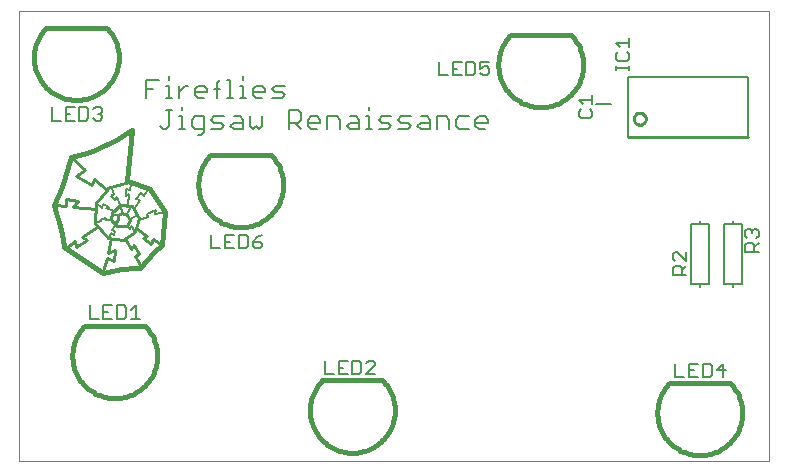
<source format=gto>
G75*
G70*
%OFA0B0*%
%FSLAX24Y24*%
%IPPOS*%
%LPD*%
%AMOC8*
5,1,8,0,0,1.08239X$1,22.5*
%
%ADD10C,0.0000*%
%ADD11C,0.0070*%
%ADD12C,0.0100*%
%ADD13C,0.0080*%
%ADD14C,0.0050*%
%ADD15C,0.0150*%
%ADD16C,0.0160*%
D10*
X000262Y000262D02*
X000262Y015262D01*
X025262Y015262D01*
X025262Y000262D01*
X000262Y000262D01*
D11*
X006241Y011107D02*
X006346Y011107D01*
X006452Y011212D01*
X006452Y011737D01*
X006136Y011737D01*
X006031Y011632D01*
X006031Y011422D01*
X006136Y011317D01*
X006452Y011317D01*
X006676Y011317D02*
X006991Y011317D01*
X007096Y011422D01*
X006991Y011527D01*
X006781Y011527D01*
X006676Y011632D01*
X006781Y011737D01*
X007096Y011737D01*
X007425Y011737D02*
X007636Y011737D01*
X007741Y011632D01*
X007741Y011317D01*
X007425Y011317D01*
X007320Y011422D01*
X007425Y011527D01*
X007741Y011527D01*
X007965Y011422D02*
X008070Y011317D01*
X008175Y011422D01*
X008280Y011317D01*
X008385Y011422D01*
X008385Y011737D01*
X007965Y011737D02*
X007965Y011422D01*
X009254Y011317D02*
X009254Y011948D01*
X009569Y011948D01*
X009674Y011842D01*
X009674Y011632D01*
X009569Y011527D01*
X009254Y011527D01*
X009464Y011527D02*
X009674Y011317D01*
X009898Y011422D02*
X009898Y011632D01*
X010004Y011737D01*
X010214Y011737D01*
X010319Y011632D01*
X010319Y011527D01*
X009898Y011527D01*
X009898Y011422D02*
X010004Y011317D01*
X010214Y011317D01*
X010543Y011317D02*
X010543Y011737D01*
X010858Y011737D01*
X010963Y011632D01*
X010963Y011317D01*
X011187Y011422D02*
X011293Y011527D01*
X011608Y011527D01*
X011608Y011632D02*
X011608Y011317D01*
X011293Y011317D01*
X011187Y011422D01*
X011293Y011737D02*
X011503Y011737D01*
X011608Y011632D01*
X011832Y011737D02*
X011937Y011737D01*
X011937Y011317D01*
X011832Y011317D02*
X012042Y011317D01*
X012262Y011317D02*
X012577Y011317D01*
X012682Y011422D01*
X012577Y011527D01*
X012367Y011527D01*
X012262Y011632D01*
X012367Y011737D01*
X012682Y011737D01*
X012906Y011632D02*
X013011Y011737D01*
X013327Y011737D01*
X013221Y011527D02*
X013011Y011527D01*
X012906Y011632D01*
X012906Y011317D02*
X013221Y011317D01*
X013327Y011422D01*
X013221Y011527D01*
X013551Y011422D02*
X013656Y011527D01*
X013971Y011527D01*
X013971Y011632D02*
X013866Y011737D01*
X013656Y011737D01*
X013551Y011422D02*
X013656Y011317D01*
X013971Y011317D01*
X013971Y011632D01*
X014195Y011737D02*
X014511Y011737D01*
X014616Y011632D01*
X014616Y011317D01*
X014840Y011422D02*
X014945Y011317D01*
X015260Y011317D01*
X015484Y011422D02*
X015484Y011632D01*
X015589Y011737D01*
X015800Y011737D01*
X015905Y011632D01*
X015905Y011527D01*
X015484Y011527D01*
X015484Y011422D02*
X015589Y011317D01*
X015800Y011317D01*
X015260Y011737D02*
X014945Y011737D01*
X014840Y011632D01*
X014840Y011422D01*
X014195Y011317D02*
X014195Y011737D01*
X011937Y011948D02*
X011937Y012053D01*
X009127Y012442D02*
X009022Y012547D01*
X008812Y012547D01*
X008706Y012652D01*
X008812Y012757D01*
X009127Y012757D01*
X009127Y012442D02*
X009022Y012337D01*
X008706Y012337D01*
X008482Y012547D02*
X008062Y012547D01*
X008062Y012442D02*
X008062Y012652D01*
X008167Y012757D01*
X008377Y012757D01*
X008482Y012652D01*
X008482Y012547D01*
X008377Y012337D02*
X008167Y012337D01*
X008062Y012442D01*
X007842Y012337D02*
X007632Y012337D01*
X007737Y012337D02*
X007737Y012757D01*
X007632Y012757D01*
X007737Y012968D02*
X007737Y013073D01*
X007308Y012968D02*
X007308Y012337D01*
X007203Y012337D02*
X007413Y012337D01*
X006983Y012652D02*
X006773Y012652D01*
X006549Y012652D02*
X006549Y012547D01*
X006128Y012547D01*
X006128Y012442D02*
X006128Y012652D01*
X006233Y012757D01*
X006444Y012757D01*
X006549Y012652D01*
X006878Y012862D02*
X006983Y012968D01*
X006878Y012862D02*
X006878Y012337D01*
X006444Y012337D02*
X006233Y012337D01*
X006128Y012442D01*
X005906Y012757D02*
X005801Y012757D01*
X005591Y012547D01*
X005591Y012337D02*
X005591Y012757D01*
X005267Y012757D02*
X005267Y012337D01*
X005162Y012337D02*
X005372Y012337D01*
X005377Y011948D02*
X005167Y011948D01*
X005272Y011948D02*
X005272Y011422D01*
X005167Y011317D01*
X005062Y011317D01*
X004957Y011422D01*
X005602Y011317D02*
X005812Y011317D01*
X005707Y011317D02*
X005707Y011737D01*
X005602Y011737D01*
X005707Y011948D02*
X005707Y012053D01*
X004727Y012652D02*
X004517Y012652D01*
X004517Y012337D02*
X004517Y012968D01*
X004937Y012968D01*
X005162Y012757D02*
X005267Y012757D01*
X005267Y012968D02*
X005267Y013073D01*
X007203Y012968D02*
X007308Y012968D01*
D12*
X002482Y009962D02*
X002182Y009742D01*
X002702Y009442D01*
X002762Y009662D01*
X003202Y009302D01*
X002822Y008842D01*
X002802Y008182D01*
X003242Y007702D01*
X003742Y007622D01*
X004142Y007882D01*
X004262Y008362D01*
X004022Y008762D01*
X003622Y008802D01*
X003422Y008602D01*
X003382Y008562D01*
X003352Y008302D01*
X003382Y008242D01*
X003542Y008082D01*
X003882Y008082D01*
X003962Y008282D01*
X003862Y008442D01*
X003702Y008522D01*
X003562Y008462D01*
X003582Y008302D01*
X003462Y008182D01*
X002882Y008042D02*
X002362Y007722D01*
X002522Y007622D01*
X002162Y007382D01*
X002142Y007582D01*
X001822Y007362D01*
X003222Y007202D02*
X003462Y007282D01*
X003422Y006922D01*
X003202Y007022D01*
X003082Y006602D01*
X003222Y007202D02*
X003322Y007682D01*
X003822Y007622D02*
X004002Y007322D01*
X004102Y007442D01*
X004262Y007142D01*
X004122Y007082D01*
X004362Y006702D01*
X004662Y007482D02*
X004402Y007682D01*
X004542Y007762D01*
X004202Y008002D01*
X004722Y007662D02*
X004662Y007482D01*
X004722Y007662D02*
X005042Y007462D01*
X002822Y008662D02*
X002082Y008722D01*
X002222Y008922D01*
X001822Y008982D01*
X001822Y008762D01*
X001462Y008782D01*
X002482Y009962D02*
X002002Y010382D01*
X003202Y009342D02*
X003942Y009562D01*
X020562Y011062D02*
X024562Y011062D01*
X020762Y011662D02*
X020764Y011690D01*
X020770Y011717D01*
X020779Y011743D01*
X020792Y011768D01*
X020809Y011791D01*
X020828Y011811D01*
X020850Y011828D01*
X020874Y011842D01*
X020900Y011852D01*
X020927Y011859D01*
X020955Y011862D01*
X020983Y011861D01*
X021010Y011856D01*
X021037Y011847D01*
X021062Y011835D01*
X021085Y011820D01*
X021106Y011801D01*
X021124Y011780D01*
X021139Y011756D01*
X021150Y011730D01*
X021158Y011704D01*
X021162Y011676D01*
X021162Y011648D01*
X021158Y011620D01*
X021150Y011594D01*
X021139Y011568D01*
X021124Y011544D01*
X021106Y011523D01*
X021085Y011504D01*
X021062Y011489D01*
X021037Y011477D01*
X021010Y011468D01*
X020983Y011463D01*
X020955Y011462D01*
X020927Y011465D01*
X020900Y011472D01*
X020874Y011482D01*
X020850Y011496D01*
X020828Y011513D01*
X020809Y011533D01*
X020792Y011556D01*
X020779Y011581D01*
X020770Y011607D01*
X020764Y011634D01*
X020762Y011662D01*
D13*
X020012Y012162D02*
X019512Y012162D01*
X020562Y013062D02*
X020562Y011062D01*
X020562Y013062D02*
X024562Y013062D01*
X024562Y011062D01*
X024062Y008262D02*
X024062Y008162D01*
X024362Y008162D01*
X024362Y006162D01*
X024062Y006162D01*
X024062Y006062D01*
X024062Y006162D02*
X023762Y006162D01*
X023762Y008162D01*
X024062Y008162D01*
X023262Y008162D02*
X022962Y008162D01*
X022962Y008262D01*
X022962Y008162D02*
X022662Y008162D01*
X022662Y006162D01*
X022962Y006162D01*
X022962Y006062D01*
X022962Y006162D02*
X023262Y006162D01*
X023262Y008162D01*
X005182Y008562D02*
X004802Y008482D01*
X004822Y008622D01*
X004542Y008482D01*
X004582Y008402D01*
X004262Y008282D01*
X004222Y008442D02*
X003962Y008322D01*
X003862Y008502D02*
X004002Y008722D01*
X004122Y008682D02*
X004302Y008942D01*
X004182Y008982D01*
X004342Y009202D01*
X004442Y009102D01*
X004602Y009342D01*
X004002Y009502D02*
X003962Y009282D01*
X003842Y009322D01*
X003842Y009082D01*
X003922Y009142D01*
X003902Y008802D01*
X003682Y008762D02*
X003702Y008522D01*
X003582Y008442D02*
X003422Y008462D01*
X003422Y008602D02*
X003162Y008682D01*
X003262Y008722D01*
X003082Y008822D01*
X003042Y008702D01*
X002822Y008842D01*
X003342Y009102D02*
X003422Y009162D01*
X003362Y009322D01*
X003342Y009102D02*
X003482Y008942D01*
X003522Y009042D01*
X003642Y008802D01*
X003352Y008302D02*
X003162Y008282D01*
X003182Y008362D01*
X002962Y008302D01*
X003002Y008242D01*
X002802Y008182D01*
X003322Y007862D02*
X003422Y007782D01*
X003482Y007922D01*
X003382Y007962D01*
X003462Y008102D01*
X003322Y007862D02*
X003262Y007702D01*
X003862Y008102D02*
X003982Y008002D01*
X004002Y008082D01*
X004062Y008042D01*
X004102Y007882D01*
D14*
X006686Y007792D02*
X006686Y007342D01*
X006986Y007342D01*
X007146Y007342D02*
X007446Y007342D01*
X007606Y007342D02*
X007831Y007342D01*
X007906Y007417D01*
X007906Y007717D01*
X007831Y007792D01*
X007606Y007792D01*
X007606Y007342D01*
X007296Y007567D02*
X007146Y007567D01*
X007146Y007792D02*
X007146Y007342D01*
X007146Y007792D02*
X007446Y007792D01*
X008067Y007567D02*
X008067Y007417D01*
X008142Y007342D01*
X008292Y007342D01*
X008367Y007417D01*
X008367Y007492D01*
X008292Y007567D01*
X008067Y007567D01*
X008217Y007717D01*
X008367Y007792D01*
X004157Y005442D02*
X004157Y004992D01*
X004007Y004992D02*
X004307Y004992D01*
X004007Y005292D02*
X004157Y005442D01*
X003846Y005367D02*
X003771Y005442D01*
X003546Y005442D01*
X003546Y004992D01*
X003771Y004992D01*
X003846Y005067D01*
X003846Y005367D01*
X003386Y005442D02*
X003086Y005442D01*
X003086Y004992D01*
X003386Y004992D01*
X003236Y005217D02*
X003086Y005217D01*
X002926Y004992D02*
X002626Y004992D01*
X002626Y005442D01*
X010466Y003592D02*
X010466Y003142D01*
X010766Y003142D01*
X010926Y003142D02*
X011226Y003142D01*
X011386Y003142D02*
X011611Y003142D01*
X011686Y003217D01*
X011686Y003517D01*
X011611Y003592D01*
X011386Y003592D01*
X011386Y003142D01*
X011847Y003142D02*
X012147Y003442D01*
X012147Y003517D01*
X012072Y003592D01*
X011922Y003592D01*
X011847Y003517D01*
X011226Y003592D02*
X010926Y003592D01*
X010926Y003142D01*
X010926Y003367D02*
X011076Y003367D01*
X011847Y003142D02*
X012147Y003142D01*
X022146Y003052D02*
X022446Y003052D01*
X022606Y003052D02*
X022906Y003052D01*
X023066Y003052D02*
X023291Y003052D01*
X023366Y003127D01*
X023366Y003427D01*
X023291Y003502D01*
X023066Y003502D01*
X023066Y003052D01*
X022756Y003277D02*
X022606Y003277D01*
X022606Y003502D02*
X022606Y003052D01*
X022606Y003502D02*
X022906Y003502D01*
X023527Y003277D02*
X023827Y003277D01*
X023752Y003052D02*
X023752Y003502D01*
X023527Y003277D01*
X022146Y003502D02*
X022146Y003052D01*
X022067Y006467D02*
X022067Y006692D01*
X022142Y006767D01*
X022292Y006767D01*
X022367Y006692D01*
X022367Y006467D01*
X022517Y006467D02*
X022067Y006467D01*
X022367Y006617D02*
X022517Y006767D01*
X022517Y006927D02*
X022217Y007228D01*
X022142Y007228D01*
X022067Y007153D01*
X022067Y007002D01*
X022142Y006927D01*
X022517Y006927D02*
X022517Y007228D01*
X024477Y007227D02*
X024477Y007452D01*
X024552Y007527D01*
X024702Y007527D01*
X024777Y007452D01*
X024777Y007227D01*
X024927Y007227D02*
X024477Y007227D01*
X024777Y007377D02*
X024927Y007527D01*
X024852Y007687D02*
X024927Y007762D01*
X024927Y007913D01*
X024852Y007988D01*
X024777Y007988D01*
X024702Y007913D01*
X024702Y007838D01*
X024702Y007913D02*
X024627Y007988D01*
X024552Y007988D01*
X024477Y007913D01*
X024477Y007762D01*
X024552Y007687D01*
X019377Y011751D02*
X019302Y011676D01*
X019002Y011676D01*
X018927Y011751D01*
X018927Y011901D01*
X019002Y011977D01*
X019077Y012137D02*
X018927Y012287D01*
X019377Y012287D01*
X019377Y012137D02*
X019377Y012437D01*
X019302Y011977D02*
X019377Y011901D01*
X019377Y011751D01*
X020157Y013277D02*
X020157Y013427D01*
X020157Y013352D02*
X020607Y013352D01*
X020607Y013277D02*
X020607Y013427D01*
X020532Y013584D02*
X020232Y013584D01*
X020157Y013659D01*
X020157Y013809D01*
X020232Y013884D01*
X020307Y014044D02*
X020157Y014194D01*
X020607Y014194D01*
X020607Y014044D02*
X020607Y014345D01*
X020532Y013884D02*
X020607Y013809D01*
X020607Y013659D01*
X020532Y013584D01*
X015947Y013557D02*
X015647Y013557D01*
X015647Y013332D01*
X015797Y013407D01*
X015872Y013407D01*
X015947Y013332D01*
X015947Y013182D01*
X015872Y013107D01*
X015722Y013107D01*
X015647Y013182D01*
X015486Y013182D02*
X015486Y013482D01*
X015411Y013557D01*
X015186Y013557D01*
X015186Y013107D01*
X015411Y013107D01*
X015486Y013182D01*
X015026Y013107D02*
X014726Y013107D01*
X014726Y013557D01*
X015026Y013557D01*
X014876Y013332D02*
X014726Y013332D01*
X014566Y013107D02*
X014266Y013107D01*
X014266Y013557D01*
X003047Y011977D02*
X003047Y011902D01*
X002972Y011827D01*
X003047Y011752D01*
X003047Y011677D01*
X002972Y011602D01*
X002822Y011602D01*
X002747Y011677D01*
X002586Y011677D02*
X002586Y011977D01*
X002511Y012052D01*
X002286Y012052D01*
X002286Y011602D01*
X002511Y011602D01*
X002586Y011677D01*
X002897Y011827D02*
X002972Y011827D01*
X003047Y011977D02*
X002972Y012052D01*
X002822Y012052D01*
X002747Y011977D01*
X002126Y012052D02*
X001826Y012052D01*
X001826Y011602D01*
X002126Y011602D01*
X001976Y011827D02*
X001826Y011827D01*
X001666Y011602D02*
X001366Y011602D01*
X001366Y012052D01*
D15*
X001182Y014702D02*
X001131Y014648D01*
X001083Y014592D01*
X001038Y014533D01*
X000996Y014472D01*
X000957Y014409D01*
X000922Y014344D01*
X000890Y014277D01*
X000862Y014209D01*
X000837Y014139D01*
X000816Y014068D01*
X000799Y013996D01*
X000785Y013923D01*
X000776Y013850D01*
X000770Y013776D01*
X000768Y013702D01*
X000770Y013628D01*
X000776Y013554D01*
X000785Y013481D01*
X000799Y013408D01*
X000816Y013336D01*
X000837Y013265D01*
X000862Y013195D01*
X000890Y013127D01*
X000922Y013060D01*
X000957Y012995D01*
X000996Y012932D01*
X001038Y012871D01*
X001083Y012812D01*
X001131Y012756D01*
X001182Y012702D01*
X001236Y012651D01*
X001292Y012603D01*
X001351Y012558D01*
X001412Y012516D01*
X001475Y012477D01*
X001540Y012442D01*
X001607Y012410D01*
X001675Y012382D01*
X001745Y012357D01*
X001816Y012336D01*
X001888Y012319D01*
X001961Y012305D01*
X002034Y012296D01*
X002108Y012290D01*
X002182Y012288D01*
X002256Y012290D01*
X002330Y012296D01*
X002403Y012305D01*
X002476Y012319D01*
X002548Y012336D01*
X002619Y012357D01*
X002689Y012382D01*
X002757Y012410D01*
X002824Y012442D01*
X002889Y012477D01*
X002952Y012516D01*
X003013Y012558D01*
X003072Y012603D01*
X003128Y012651D01*
X003182Y012702D01*
X003233Y012756D01*
X003281Y012812D01*
X003326Y012871D01*
X003368Y012932D01*
X003407Y012995D01*
X003442Y013060D01*
X003474Y013127D01*
X003502Y013195D01*
X003527Y013265D01*
X003548Y013336D01*
X003565Y013408D01*
X003579Y013481D01*
X003588Y013554D01*
X003594Y013628D01*
X003596Y013702D01*
X003594Y013776D01*
X003588Y013850D01*
X003579Y013923D01*
X003565Y013996D01*
X003548Y014068D01*
X003527Y014139D01*
X003502Y014209D01*
X003474Y014277D01*
X003442Y014344D01*
X003407Y014409D01*
X003368Y014472D01*
X003326Y014533D01*
X003281Y014592D01*
X003233Y014648D01*
X003182Y014702D01*
X001182Y014702D01*
X006662Y010462D02*
X008662Y010462D01*
X008713Y010408D01*
X008761Y010352D01*
X008806Y010293D01*
X008848Y010232D01*
X008887Y010169D01*
X008922Y010104D01*
X008954Y010037D01*
X008982Y009969D01*
X009007Y009899D01*
X009028Y009828D01*
X009045Y009756D01*
X009059Y009683D01*
X009068Y009610D01*
X009074Y009536D01*
X009076Y009462D01*
X009074Y009388D01*
X009068Y009314D01*
X009059Y009241D01*
X009045Y009168D01*
X009028Y009096D01*
X009007Y009025D01*
X008982Y008955D01*
X008954Y008887D01*
X008922Y008820D01*
X008887Y008755D01*
X008848Y008692D01*
X008806Y008631D01*
X008761Y008572D01*
X008713Y008516D01*
X008662Y008462D01*
X008608Y008411D01*
X008552Y008363D01*
X008493Y008318D01*
X008432Y008276D01*
X008369Y008237D01*
X008304Y008202D01*
X008237Y008170D01*
X008169Y008142D01*
X008099Y008117D01*
X008028Y008096D01*
X007956Y008079D01*
X007883Y008065D01*
X007810Y008056D01*
X007736Y008050D01*
X007662Y008048D01*
X007588Y008050D01*
X007514Y008056D01*
X007441Y008065D01*
X007368Y008079D01*
X007296Y008096D01*
X007225Y008117D01*
X007155Y008142D01*
X007087Y008170D01*
X007020Y008202D01*
X006955Y008237D01*
X006892Y008276D01*
X006831Y008318D01*
X006772Y008363D01*
X006716Y008411D01*
X006662Y008462D01*
X006611Y008516D01*
X006563Y008572D01*
X006518Y008631D01*
X006476Y008692D01*
X006437Y008755D01*
X006402Y008820D01*
X006370Y008887D01*
X006342Y008955D01*
X006317Y009025D01*
X006296Y009096D01*
X006279Y009168D01*
X006265Y009241D01*
X006256Y009314D01*
X006250Y009388D01*
X006248Y009462D01*
X006250Y009536D01*
X006256Y009610D01*
X006265Y009683D01*
X006279Y009756D01*
X006296Y009828D01*
X006317Y009899D01*
X006342Y009969D01*
X006370Y010037D01*
X006402Y010104D01*
X006437Y010169D01*
X006476Y010232D01*
X006518Y010293D01*
X006563Y010352D01*
X006611Y010408D01*
X006662Y010462D01*
X004462Y004762D02*
X002462Y004762D01*
X002411Y004708D01*
X002363Y004652D01*
X002318Y004593D01*
X002276Y004532D01*
X002237Y004469D01*
X002202Y004404D01*
X002170Y004337D01*
X002142Y004269D01*
X002117Y004199D01*
X002096Y004128D01*
X002079Y004056D01*
X002065Y003983D01*
X002056Y003910D01*
X002050Y003836D01*
X002048Y003762D01*
X002050Y003688D01*
X002056Y003614D01*
X002065Y003541D01*
X002079Y003468D01*
X002096Y003396D01*
X002117Y003325D01*
X002142Y003255D01*
X002170Y003187D01*
X002202Y003120D01*
X002237Y003055D01*
X002276Y002992D01*
X002318Y002931D01*
X002363Y002872D01*
X002411Y002816D01*
X002462Y002762D01*
X002516Y002711D01*
X002572Y002663D01*
X002631Y002618D01*
X002692Y002576D01*
X002755Y002537D01*
X002820Y002502D01*
X002887Y002470D01*
X002955Y002442D01*
X003025Y002417D01*
X003096Y002396D01*
X003168Y002379D01*
X003241Y002365D01*
X003314Y002356D01*
X003388Y002350D01*
X003462Y002348D01*
X003536Y002350D01*
X003610Y002356D01*
X003683Y002365D01*
X003756Y002379D01*
X003828Y002396D01*
X003899Y002417D01*
X003969Y002442D01*
X004037Y002470D01*
X004104Y002502D01*
X004169Y002537D01*
X004232Y002576D01*
X004293Y002618D01*
X004352Y002663D01*
X004408Y002711D01*
X004462Y002762D01*
X004513Y002816D01*
X004561Y002872D01*
X004606Y002931D01*
X004648Y002992D01*
X004687Y003055D01*
X004722Y003120D01*
X004754Y003187D01*
X004782Y003255D01*
X004807Y003325D01*
X004828Y003396D01*
X004845Y003468D01*
X004859Y003541D01*
X004868Y003614D01*
X004874Y003688D01*
X004876Y003762D01*
X004874Y003836D01*
X004868Y003910D01*
X004859Y003983D01*
X004845Y004056D01*
X004828Y004128D01*
X004807Y004199D01*
X004782Y004269D01*
X004754Y004337D01*
X004722Y004404D01*
X004687Y004469D01*
X004648Y004532D01*
X004606Y004593D01*
X004561Y004652D01*
X004513Y004708D01*
X004462Y004762D01*
X010382Y002942D02*
X012382Y002942D01*
X012433Y002888D01*
X012481Y002832D01*
X012526Y002773D01*
X012568Y002712D01*
X012607Y002649D01*
X012642Y002584D01*
X012674Y002517D01*
X012702Y002449D01*
X012727Y002379D01*
X012748Y002308D01*
X012765Y002236D01*
X012779Y002163D01*
X012788Y002090D01*
X012794Y002016D01*
X012796Y001942D01*
X012794Y001868D01*
X012788Y001794D01*
X012779Y001721D01*
X012765Y001648D01*
X012748Y001576D01*
X012727Y001505D01*
X012702Y001435D01*
X012674Y001367D01*
X012642Y001300D01*
X012607Y001235D01*
X012568Y001172D01*
X012526Y001111D01*
X012481Y001052D01*
X012433Y000996D01*
X012382Y000942D01*
X012328Y000891D01*
X012272Y000843D01*
X012213Y000798D01*
X012152Y000756D01*
X012089Y000717D01*
X012024Y000682D01*
X011957Y000650D01*
X011889Y000622D01*
X011819Y000597D01*
X011748Y000576D01*
X011676Y000559D01*
X011603Y000545D01*
X011530Y000536D01*
X011456Y000530D01*
X011382Y000528D01*
X011308Y000530D01*
X011234Y000536D01*
X011161Y000545D01*
X011088Y000559D01*
X011016Y000576D01*
X010945Y000597D01*
X010875Y000622D01*
X010807Y000650D01*
X010740Y000682D01*
X010675Y000717D01*
X010612Y000756D01*
X010551Y000798D01*
X010492Y000843D01*
X010436Y000891D01*
X010382Y000942D01*
X010331Y000996D01*
X010283Y001052D01*
X010238Y001111D01*
X010196Y001172D01*
X010157Y001235D01*
X010122Y001300D01*
X010090Y001367D01*
X010062Y001435D01*
X010037Y001505D01*
X010016Y001576D01*
X009999Y001648D01*
X009985Y001721D01*
X009976Y001794D01*
X009970Y001868D01*
X009968Y001942D01*
X009970Y002016D01*
X009976Y002090D01*
X009985Y002163D01*
X009999Y002236D01*
X010016Y002308D01*
X010037Y002379D01*
X010062Y002449D01*
X010090Y002517D01*
X010122Y002584D01*
X010157Y002649D01*
X010196Y002712D01*
X010238Y002773D01*
X010283Y002832D01*
X010331Y002888D01*
X010382Y002942D01*
X021962Y002862D02*
X023962Y002862D01*
X024013Y002808D01*
X024061Y002752D01*
X024106Y002693D01*
X024148Y002632D01*
X024187Y002569D01*
X024222Y002504D01*
X024254Y002437D01*
X024282Y002369D01*
X024307Y002299D01*
X024328Y002228D01*
X024345Y002156D01*
X024359Y002083D01*
X024368Y002010D01*
X024374Y001936D01*
X024376Y001862D01*
X024374Y001788D01*
X024368Y001714D01*
X024359Y001641D01*
X024345Y001568D01*
X024328Y001496D01*
X024307Y001425D01*
X024282Y001355D01*
X024254Y001287D01*
X024222Y001220D01*
X024187Y001155D01*
X024148Y001092D01*
X024106Y001031D01*
X024061Y000972D01*
X024013Y000916D01*
X023962Y000862D01*
X023908Y000811D01*
X023852Y000763D01*
X023793Y000718D01*
X023732Y000676D01*
X023669Y000637D01*
X023604Y000602D01*
X023537Y000570D01*
X023469Y000542D01*
X023399Y000517D01*
X023328Y000496D01*
X023256Y000479D01*
X023183Y000465D01*
X023110Y000456D01*
X023036Y000450D01*
X022962Y000448D01*
X022888Y000450D01*
X022814Y000456D01*
X022741Y000465D01*
X022668Y000479D01*
X022596Y000496D01*
X022525Y000517D01*
X022455Y000542D01*
X022387Y000570D01*
X022320Y000602D01*
X022255Y000637D01*
X022192Y000676D01*
X022131Y000718D01*
X022072Y000763D01*
X022016Y000811D01*
X021962Y000862D01*
X021911Y000916D01*
X021863Y000972D01*
X021818Y001031D01*
X021776Y001092D01*
X021737Y001155D01*
X021702Y001220D01*
X021670Y001287D01*
X021642Y001355D01*
X021617Y001425D01*
X021596Y001496D01*
X021579Y001568D01*
X021565Y001641D01*
X021556Y001714D01*
X021550Y001788D01*
X021548Y001862D01*
X021550Y001936D01*
X021556Y002010D01*
X021565Y002083D01*
X021579Y002156D01*
X021596Y002228D01*
X021617Y002299D01*
X021642Y002369D01*
X021670Y002437D01*
X021702Y002504D01*
X021737Y002569D01*
X021776Y002632D01*
X021818Y002693D01*
X021863Y002752D01*
X021911Y002808D01*
X021962Y002862D01*
X018662Y014462D02*
X018713Y014408D01*
X018761Y014352D01*
X018806Y014293D01*
X018848Y014232D01*
X018887Y014169D01*
X018922Y014104D01*
X018954Y014037D01*
X018982Y013969D01*
X019007Y013899D01*
X019028Y013828D01*
X019045Y013756D01*
X019059Y013683D01*
X019068Y013610D01*
X019074Y013536D01*
X019076Y013462D01*
X019074Y013388D01*
X019068Y013314D01*
X019059Y013241D01*
X019045Y013168D01*
X019028Y013096D01*
X019007Y013025D01*
X018982Y012955D01*
X018954Y012887D01*
X018922Y012820D01*
X018887Y012755D01*
X018848Y012692D01*
X018806Y012631D01*
X018761Y012572D01*
X018713Y012516D01*
X018662Y012462D01*
X018608Y012411D01*
X018552Y012363D01*
X018493Y012318D01*
X018432Y012276D01*
X018369Y012237D01*
X018304Y012202D01*
X018237Y012170D01*
X018169Y012142D01*
X018099Y012117D01*
X018028Y012096D01*
X017956Y012079D01*
X017883Y012065D01*
X017810Y012056D01*
X017736Y012050D01*
X017662Y012048D01*
X017588Y012050D01*
X017514Y012056D01*
X017441Y012065D01*
X017368Y012079D01*
X017296Y012096D01*
X017225Y012117D01*
X017155Y012142D01*
X017087Y012170D01*
X017020Y012202D01*
X016955Y012237D01*
X016892Y012276D01*
X016831Y012318D01*
X016772Y012363D01*
X016716Y012411D01*
X016662Y012462D01*
X016611Y012516D01*
X016563Y012572D01*
X016518Y012631D01*
X016476Y012692D01*
X016437Y012755D01*
X016402Y012820D01*
X016370Y012887D01*
X016342Y012955D01*
X016317Y013025D01*
X016296Y013096D01*
X016279Y013168D01*
X016265Y013241D01*
X016256Y013314D01*
X016250Y013388D01*
X016248Y013462D01*
X016250Y013536D01*
X016256Y013610D01*
X016265Y013683D01*
X016279Y013756D01*
X016296Y013828D01*
X016317Y013899D01*
X016342Y013969D01*
X016370Y014037D01*
X016402Y014104D01*
X016437Y014169D01*
X016476Y014232D01*
X016518Y014293D01*
X016563Y014352D01*
X016611Y014408D01*
X016662Y014462D01*
X018662Y014462D01*
D16*
X005142Y008542D02*
X005042Y007462D01*
X005142Y008542D02*
X004622Y009322D01*
X003902Y009582D01*
X003882Y009602D02*
X004042Y011302D01*
X002002Y010372D02*
X001913Y010044D01*
X001811Y009721D01*
X001695Y009403D01*
X001565Y009089D01*
X001422Y008782D01*
X001772Y007372D02*
X003072Y006512D01*
X001772Y007372D02*
X001729Y007660D01*
X001673Y007945D01*
X001603Y008228D01*
X001519Y008507D01*
X001422Y008782D01*
X003073Y006511D02*
X003222Y006556D01*
X003373Y006594D01*
X003526Y006626D01*
X003680Y006650D01*
X003835Y006668D01*
X003991Y006680D01*
X004146Y006684D01*
X004302Y006681D01*
X004301Y006682D02*
X004536Y006954D01*
X004783Y007214D01*
X005041Y007462D01*
X004042Y011302D02*
X003808Y011145D01*
X003567Y010999D01*
X003319Y010865D01*
X003065Y010742D01*
X002806Y010631D01*
X002542Y010532D01*
X002274Y010446D01*
X002002Y010372D01*
M02*

</source>
